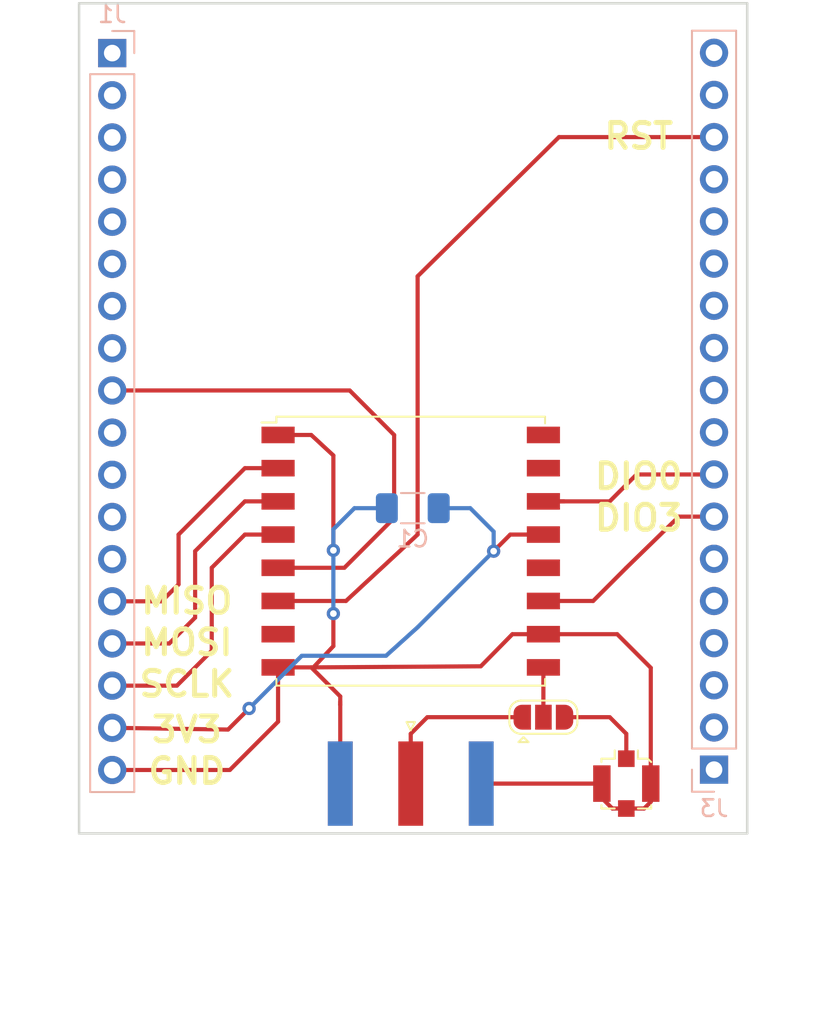
<source format=kicad_pcb>
(kicad_pcb (version 20171130) (host pcbnew 5.1.7)

  (general
    (thickness 1.6)
    (drawings 12)
    (tracks 85)
    (zones 0)
    (modules 7)
    (nets 44)
  )

  (page A4)
  (layers
    (0 F.Cu signal)
    (31 B.Cu signal)
    (32 B.Adhes user)
    (33 F.Adhes user)
    (34 B.Paste user)
    (35 F.Paste user)
    (36 B.SilkS user)
    (37 F.SilkS user)
    (38 B.Mask user)
    (39 F.Mask user)
    (40 Dwgs.User user)
    (41 Cmts.User user)
    (42 Eco1.User user)
    (43 Eco2.User user)
    (44 Edge.Cuts user)
    (45 Margin user)
    (46 B.CrtYd user)
    (47 F.CrtYd user)
    (48 B.Fab user)
    (49 F.Fab user)
  )

  (setup
    (last_trace_width 0.25)
    (trace_clearance 0.2)
    (zone_clearance 0.508)
    (zone_45_only no)
    (trace_min 0.2)
    (via_size 0.8)
    (via_drill 0.4)
    (via_min_size 0.4)
    (via_min_drill 0.3)
    (uvia_size 0.3)
    (uvia_drill 0.1)
    (uvias_allowed no)
    (uvia_min_size 0.2)
    (uvia_min_drill 0.1)
    (edge_width 0.05)
    (segment_width 0.2)
    (pcb_text_width 0.3)
    (pcb_text_size 1.5 1.5)
    (mod_edge_width 0.12)
    (mod_text_size 1 1)
    (mod_text_width 0.15)
    (pad_size 1.524 1.524)
    (pad_drill 0.762)
    (pad_to_mask_clearance 0)
    (aux_axis_origin 0 0)
    (visible_elements FFFFFF7F)
    (pcbplotparams
      (layerselection 0x010fc_ffffffff)
      (usegerberextensions false)
      (usegerberattributes true)
      (usegerberadvancedattributes true)
      (creategerberjobfile true)
      (excludeedgelayer true)
      (linewidth 0.100000)
      (plotframeref false)
      (viasonmask false)
      (mode 1)
      (useauxorigin false)
      (hpglpennumber 1)
      (hpglpenspeed 20)
      (hpglpendiameter 15.000000)
      (psnegative false)
      (psa4output false)
      (plotreference true)
      (plotvalue true)
      (plotinvisibletext false)
      (padsonsilk false)
      (subtractmaskfromsilk false)
      (outputformat 1)
      (mirror false)
      (drillshape 1)
      (scaleselection 1)
      (outputdirectory ""))
  )

  (net 0 "")
  (net 1 "Net-(J1-Pad1)")
  (net 2 "Net-(J1-Pad2)")
  (net 3 "Net-(J1-Pad3)")
  (net 4 "Net-(J1-Pad4)")
  (net 5 "Net-(J1-Pad5)")
  (net 6 "Net-(J1-Pad6)")
  (net 7 "Net-(J1-Pad7)")
  (net 8 "Net-(J1-Pad8)")
  (net 9 "Net-(J1-Pad9)")
  (net 10 "Net-(J1-Pad10)")
  (net 11 "Net-(J1-Pad11)")
  (net 12 "Net-(J1-Pad12)")
  (net 13 "Net-(J1-Pad13)")
  (net 14 /MISO)
  (net 15 /MOSI)
  (net 16 /SCLK)
  (net 17 +3V3)
  (net 18 GND)
  (net 19 "Net-(J2-Pad1)")
  (net 20 "Net-(J3-Pad18)")
  (net 21 "Net-(J3-Pad17)")
  (net 22 /RST)
  (net 23 "Net-(J3-Pad15)")
  (net 24 "Net-(J3-Pad14)")
  (net 25 "Net-(J3-Pad13)")
  (net 26 "Net-(J3-Pad12)")
  (net 27 "Net-(J3-Pad11)")
  (net 28 "Net-(J3-Pad10)")
  (net 29 "Net-(J3-Pad9)")
  (net 30 "Net-(J3-Pad6)")
  (net 31 "Net-(J3-Pad5)")
  (net 32 "Net-(J3-Pad4)")
  (net 33 "Net-(J3-Pad3)")
  (net 34 "Net-(J3-Pad2)")
  (net 35 "Net-(J3-Pad1)")
  (net 36 "Net-(U1-Pad7)")
  (net 37 "Net-(U1-Pad12)")
  (net 38 "Net-(U1-Pad15)")
  (net 39 "Net-(U1-Pad16)")
  (net 40 /DIO0)
  (net 41 /DIO3)
  (net 42 "Net-(J4-Pad1)")
  (net 43 "Net-(JP1-Pad2)")

  (net_class Default "This is the default net class."
    (clearance 0.2)
    (trace_width 0.25)
    (via_dia 0.8)
    (via_drill 0.4)
    (uvia_dia 0.3)
    (uvia_drill 0.1)
    (add_net +3V3)
    (add_net /DIO0)
    (add_net /DIO3)
    (add_net /MISO)
    (add_net /MOSI)
    (add_net /RST)
    (add_net /SCLK)
    (add_net GND)
    (add_net "Net-(J1-Pad1)")
    (add_net "Net-(J1-Pad10)")
    (add_net "Net-(J1-Pad11)")
    (add_net "Net-(J1-Pad12)")
    (add_net "Net-(J1-Pad13)")
    (add_net "Net-(J1-Pad2)")
    (add_net "Net-(J1-Pad3)")
    (add_net "Net-(J1-Pad4)")
    (add_net "Net-(J1-Pad5)")
    (add_net "Net-(J1-Pad6)")
    (add_net "Net-(J1-Pad7)")
    (add_net "Net-(J1-Pad8)")
    (add_net "Net-(J1-Pad9)")
    (add_net "Net-(J2-Pad1)")
    (add_net "Net-(J3-Pad1)")
    (add_net "Net-(J3-Pad10)")
    (add_net "Net-(J3-Pad11)")
    (add_net "Net-(J3-Pad12)")
    (add_net "Net-(J3-Pad13)")
    (add_net "Net-(J3-Pad14)")
    (add_net "Net-(J3-Pad15)")
    (add_net "Net-(J3-Pad17)")
    (add_net "Net-(J3-Pad18)")
    (add_net "Net-(J3-Pad2)")
    (add_net "Net-(J3-Pad3)")
    (add_net "Net-(J3-Pad4)")
    (add_net "Net-(J3-Pad5)")
    (add_net "Net-(J3-Pad6)")
    (add_net "Net-(J3-Pad9)")
    (add_net "Net-(J4-Pad1)")
    (add_net "Net-(JP1-Pad2)")
    (add_net "Net-(U1-Pad12)")
    (add_net "Net-(U1-Pad15)")
    (add_net "Net-(U1-Pad16)")
    (add_net "Net-(U1-Pad7)")
  )

  (module KiCad/kicad-footprints/Connector_PinHeader_2.54mm.pretty:PinHeader_1x18_P2.54mm_Vertical (layer B.Cu) (tedit 59FED5CC) (tstamp 5F819572)
    (at 127 78 180)
    (descr "Through hole straight pin header, 1x18, 2.54mm pitch, single row")
    (tags "Through hole pin header THT 1x18 2.54mm single row")
    (path /5F7F0BAA)
    (fp_text reference J1 (at 0 2.33) (layer B.SilkS)
      (effects (font (size 1 1) (thickness 0.15)) (justify mirror))
    )
    (fp_text value Conn_01x18_Male (at 0 -45.51) (layer B.Fab)
      (effects (font (size 1 1) (thickness 0.15)) (justify mirror))
    )
    (fp_line (start 1.8 1.8) (end -1.8 1.8) (layer B.CrtYd) (width 0.05))
    (fp_line (start 1.8 -44.95) (end 1.8 1.8) (layer B.CrtYd) (width 0.05))
    (fp_line (start -1.8 -44.95) (end 1.8 -44.95) (layer B.CrtYd) (width 0.05))
    (fp_line (start -1.8 1.8) (end -1.8 -44.95) (layer B.CrtYd) (width 0.05))
    (fp_line (start -1.33 1.33) (end 0 1.33) (layer B.SilkS) (width 0.12))
    (fp_line (start -1.33 0) (end -1.33 1.33) (layer B.SilkS) (width 0.12))
    (fp_line (start -1.33 -1.27) (end 1.33 -1.27) (layer B.SilkS) (width 0.12))
    (fp_line (start 1.33 -1.27) (end 1.33 -44.51) (layer B.SilkS) (width 0.12))
    (fp_line (start -1.33 -1.27) (end -1.33 -44.51) (layer B.SilkS) (width 0.12))
    (fp_line (start -1.33 -44.51) (end 1.33 -44.51) (layer B.SilkS) (width 0.12))
    (fp_line (start -1.27 0.635) (end -0.635 1.27) (layer B.Fab) (width 0.1))
    (fp_line (start -1.27 -44.45) (end -1.27 0.635) (layer B.Fab) (width 0.1))
    (fp_line (start 1.27 -44.45) (end -1.27 -44.45) (layer B.Fab) (width 0.1))
    (fp_line (start 1.27 1.27) (end 1.27 -44.45) (layer B.Fab) (width 0.1))
    (fp_line (start -0.635 1.27) (end 1.27 1.27) (layer B.Fab) (width 0.1))
    (fp_text user %R (at 0 -21.59 270) (layer B.Fab)
      (effects (font (size 1 1) (thickness 0.15)) (justify mirror))
    )
    (pad 1 thru_hole rect (at 0 0 180) (size 1.7 1.7) (drill 1) (layers *.Cu *.Mask)
      (net 1 "Net-(J1-Pad1)"))
    (pad 2 thru_hole oval (at 0 -2.54 180) (size 1.7 1.7) (drill 1) (layers *.Cu *.Mask)
      (net 2 "Net-(J1-Pad2)"))
    (pad 3 thru_hole oval (at 0 -5.08 180) (size 1.7 1.7) (drill 1) (layers *.Cu *.Mask)
      (net 3 "Net-(J1-Pad3)"))
    (pad 4 thru_hole oval (at 0 -7.62 180) (size 1.7 1.7) (drill 1) (layers *.Cu *.Mask)
      (net 4 "Net-(J1-Pad4)"))
    (pad 5 thru_hole oval (at 0 -10.16 180) (size 1.7 1.7) (drill 1) (layers *.Cu *.Mask)
      (net 5 "Net-(J1-Pad5)"))
    (pad 6 thru_hole oval (at 0 -12.7 180) (size 1.7 1.7) (drill 1) (layers *.Cu *.Mask)
      (net 6 "Net-(J1-Pad6)"))
    (pad 7 thru_hole oval (at 0 -15.24 180) (size 1.7 1.7) (drill 1) (layers *.Cu *.Mask)
      (net 7 "Net-(J1-Pad7)"))
    (pad 8 thru_hole oval (at 0 -17.78 180) (size 1.7 1.7) (drill 1) (layers *.Cu *.Mask)
      (net 8 "Net-(J1-Pad8)"))
    (pad 9 thru_hole oval (at 0 -20.32 180) (size 1.7 1.7) (drill 1) (layers *.Cu *.Mask)
      (net 9 "Net-(J1-Pad9)"))
    (pad 10 thru_hole oval (at 0 -22.86 180) (size 1.7 1.7) (drill 1) (layers *.Cu *.Mask)
      (net 10 "Net-(J1-Pad10)"))
    (pad 11 thru_hole oval (at 0 -25.4 180) (size 1.7 1.7) (drill 1) (layers *.Cu *.Mask)
      (net 11 "Net-(J1-Pad11)"))
    (pad 12 thru_hole oval (at 0 -27.94 180) (size 1.7 1.7) (drill 1) (layers *.Cu *.Mask)
      (net 12 "Net-(J1-Pad12)"))
    (pad 13 thru_hole oval (at 0 -30.48 180) (size 1.7 1.7) (drill 1) (layers *.Cu *.Mask)
      (net 13 "Net-(J1-Pad13)"))
    (pad 14 thru_hole oval (at 0 -33.02 180) (size 1.7 1.7) (drill 1) (layers *.Cu *.Mask)
      (net 14 /MISO))
    (pad 15 thru_hole oval (at 0 -35.56 180) (size 1.7 1.7) (drill 1) (layers *.Cu *.Mask)
      (net 15 /MOSI))
    (pad 16 thru_hole oval (at 0 -38.1 180) (size 1.7 1.7) (drill 1) (layers *.Cu *.Mask)
      (net 16 /SCLK))
    (pad 17 thru_hole oval (at 0 -40.64 180) (size 1.7 1.7) (drill 1) (layers *.Cu *.Mask)
      (net 17 +3V3))
    (pad 18 thru_hole oval (at 0 -43.18 180) (size 1.7 1.7) (drill 1) (layers *.Cu *.Mask)
      (net 18 GND))
    (model ${KISYS3DMOD}/Connector_PinHeader_2.54mm.3dshapes/PinHeader_1x18_P2.54mm_Vertical.wrl
      (at (xyz 0 0 0))
      (scale (xyz 1 1 1))
      (rotate (xyz 0 0 0))
    )
  )

  (module KiCad/kicad-footprints/Connector_Coaxial.pretty:SMA_Amphenol_132289_EdgeMount (layer F.Cu) (tedit 5A1C1810) (tstamp 5F818D0E)
    (at 145 122 270)
    (descr http://www.amphenolrf.com/132289.html)
    (tags SMA)
    (path /5F7F506A)
    (attr smd)
    (fp_text reference J2 (at -3.96 -3) (layer F.Fab)
      (effects (font (size 1 1) (thickness 0.15)))
    )
    (fp_text value Conn_Coaxial (at 5 6 90) (layer F.Fab)
      (effects (font (size 1 1) (thickness 0.15)))
    )
    (fp_line (start -1.91 5.08) (end 4.445 5.08) (layer F.Fab) (width 0.1))
    (fp_line (start -1.91 3.81) (end -1.91 5.08) (layer F.Fab) (width 0.1))
    (fp_line (start 2.54 3.81) (end -1.91 3.81) (layer F.Fab) (width 0.1))
    (fp_line (start 2.54 -3.81) (end 2.54 3.81) (layer F.Fab) (width 0.1))
    (fp_line (start -1.91 -3.81) (end 2.54 -3.81) (layer F.Fab) (width 0.1))
    (fp_line (start -1.91 -5.08) (end -1.91 -3.81) (layer F.Fab) (width 0.1))
    (fp_line (start -1.91 -5.08) (end 4.445 -5.08) (layer F.Fab) (width 0.1))
    (fp_line (start 4.445 -3.81) (end 4.445 -5.08) (layer F.Fab) (width 0.1))
    (fp_line (start 4.445 5.08) (end 4.445 3.81) (layer F.Fab) (width 0.1))
    (fp_line (start 13.97 3.81) (end 4.445 3.81) (layer F.Fab) (width 0.1))
    (fp_line (start 13.97 -3.81) (end 13.97 3.81) (layer F.Fab) (width 0.1))
    (fp_line (start 4.445 -3.81) (end 13.97 -3.81) (layer F.Fab) (width 0.1))
    (fp_line (start -3.04 5.58) (end -3.04 -5.58) (layer B.CrtYd) (width 0.05))
    (fp_line (start 14.47 5.58) (end -3.04 5.58) (layer B.CrtYd) (width 0.05))
    (fp_line (start 14.47 -5.58) (end 14.47 5.58) (layer B.CrtYd) (width 0.05))
    (fp_line (start 14.47 -5.58) (end -3.04 -5.58) (layer B.CrtYd) (width 0.05))
    (fp_line (start -3.04 5.58) (end -3.04 -5.58) (layer F.CrtYd) (width 0.05))
    (fp_line (start 14.47 5.58) (end -3.04 5.58) (layer F.CrtYd) (width 0.05))
    (fp_line (start 14.47 -5.58) (end 14.47 5.58) (layer F.CrtYd) (width 0.05))
    (fp_line (start 14.47 -5.58) (end -3.04 -5.58) (layer F.CrtYd) (width 0.05))
    (fp_line (start 2.54 -0.75) (end 3.54 0) (layer F.Fab) (width 0.1))
    (fp_line (start 3.54 0) (end 2.54 0.75) (layer F.Fab) (width 0.1))
    (fp_line (start -3.21 0) (end -3.71 -0.25) (layer F.SilkS) (width 0.12))
    (fp_line (start -3.71 -0.25) (end -3.71 0.25) (layer F.SilkS) (width 0.12))
    (fp_line (start -3.71 0.25) (end -3.21 0) (layer F.SilkS) (width 0.12))
    (fp_text user %R (at 4.79 0 180) (layer F.Fab)
      (effects (font (size 1 1) (thickness 0.15)))
    )
    (pad 2 smd rect (at 0 4.25) (size 1.5 5.08) (layers B.Cu B.Paste B.Mask)
      (net 18 GND))
    (pad 2 smd rect (at 0 -4.25) (size 1.5 5.08) (layers B.Cu B.Paste B.Mask)
      (net 18 GND))
    (pad 2 smd rect (at 0 4.25) (size 1.5 5.08) (layers F.Cu F.Paste F.Mask)
      (net 18 GND))
    (pad 2 smd rect (at 0 -4.25) (size 1.5 5.08) (layers F.Cu F.Paste F.Mask)
      (net 18 GND))
    (pad 1 smd rect (at 0 0) (size 1.5 5.08) (layers F.Cu F.Paste F.Mask)
      (net 19 "Net-(J2-Pad1)"))
    (model ${KISYS3DMOD}/Connector_Coaxial.3dshapes/SMA_Amphenol_132289_EdgeMount.wrl
      (at (xyz 0 0 0))
      (scale (xyz 1 1 1))
      (rotate (xyz 0 0 0))
    )
  )

  (module KiCad/kicad-footprints/Connector_PinHeader_2.54mm.pretty:PinHeader_1x18_P2.54mm_Vertical (layer B.Cu) (tedit 59FED5CC) (tstamp 5F818D34)
    (at 163.29 121.16)
    (descr "Through hole straight pin header, 1x18, 2.54mm pitch, single row")
    (tags "Through hole pin header THT 1x18 2.54mm single row")
    (path /5F7F2594)
    (fp_text reference J3 (at 0 2.33) (layer B.SilkS)
      (effects (font (size 1 1) (thickness 0.15)) (justify mirror))
    )
    (fp_text value Conn_01x18_Male (at 0 -45.51) (layer F.Fab)
      (effects (font (size 1 1) (thickness 0.15)) (justify mirror))
    )
    (fp_line (start -0.635 1.27) (end 1.27 1.27) (layer B.Fab) (width 0.1))
    (fp_line (start 1.27 1.27) (end 1.27 -44.45) (layer B.Fab) (width 0.1))
    (fp_line (start 1.27 -44.45) (end -1.27 -44.45) (layer B.Fab) (width 0.1))
    (fp_line (start -1.27 -44.45) (end -1.27 0.635) (layer B.Fab) (width 0.1))
    (fp_line (start -1.27 0.635) (end -0.635 1.27) (layer B.Fab) (width 0.1))
    (fp_line (start -1.33 -44.51) (end 1.33 -44.51) (layer B.SilkS) (width 0.12))
    (fp_line (start -1.33 -1.27) (end -1.33 -44.51) (layer B.SilkS) (width 0.12))
    (fp_line (start 1.33 -1.27) (end 1.33 -44.51) (layer B.SilkS) (width 0.12))
    (fp_line (start -1.33 -1.27) (end 1.33 -1.27) (layer B.SilkS) (width 0.12))
    (fp_line (start -1.33 0) (end -1.33 1.33) (layer B.SilkS) (width 0.12))
    (fp_line (start -1.33 1.33) (end 0 1.33) (layer B.SilkS) (width 0.12))
    (fp_line (start -1.8 1.8) (end -1.8 -44.95) (layer B.CrtYd) (width 0.05))
    (fp_line (start -1.8 -44.95) (end 1.8 -44.95) (layer B.CrtYd) (width 0.05))
    (fp_line (start 1.8 -44.95) (end 1.8 1.8) (layer B.CrtYd) (width 0.05))
    (fp_line (start 1.8 1.8) (end -1.8 1.8) (layer B.CrtYd) (width 0.05))
    (fp_text user %R (at 0 -21.59 270) (layer B.Fab)
      (effects (font (size 1 1) (thickness 0.15)) (justify mirror))
    )
    (pad 18 thru_hole oval (at 0 -43.18) (size 1.7 1.7) (drill 1) (layers *.Cu *.Mask)
      (net 20 "Net-(J3-Pad18)"))
    (pad 17 thru_hole oval (at 0 -40.64) (size 1.7 1.7) (drill 1) (layers *.Cu *.Mask)
      (net 21 "Net-(J3-Pad17)"))
    (pad 16 thru_hole oval (at 0 -38.1) (size 1.7 1.7) (drill 1) (layers *.Cu *.Mask)
      (net 22 /RST))
    (pad 15 thru_hole oval (at 0 -35.56) (size 1.7 1.7) (drill 1) (layers *.Cu *.Mask)
      (net 23 "Net-(J3-Pad15)"))
    (pad 14 thru_hole oval (at 0 -33.02) (size 1.7 1.7) (drill 1) (layers *.Cu *.Mask)
      (net 24 "Net-(J3-Pad14)"))
    (pad 13 thru_hole oval (at 0 -30.48) (size 1.7 1.7) (drill 1) (layers *.Cu *.Mask)
      (net 25 "Net-(J3-Pad13)"))
    (pad 12 thru_hole oval (at 0 -27.94) (size 1.7 1.7) (drill 1) (layers *.Cu *.Mask)
      (net 26 "Net-(J3-Pad12)"))
    (pad 11 thru_hole oval (at 0 -25.4) (size 1.7 1.7) (drill 1) (layers *.Cu *.Mask)
      (net 27 "Net-(J3-Pad11)"))
    (pad 10 thru_hole oval (at 0 -22.86) (size 1.7 1.7) (drill 1) (layers *.Cu *.Mask)
      (net 28 "Net-(J3-Pad10)"))
    (pad 9 thru_hole oval (at 0 -20.32) (size 1.7 1.7) (drill 1) (layers *.Cu *.Mask)
      (net 29 "Net-(J3-Pad9)"))
    (pad 8 thru_hole oval (at 0 -17.78) (size 1.7 1.7) (drill 1) (layers *.Cu *.Mask)
      (net 40 /DIO0))
    (pad 7 thru_hole oval (at 0 -15.24) (size 1.7 1.7) (drill 1) (layers *.Cu *.Mask)
      (net 41 /DIO3))
    (pad 6 thru_hole oval (at 0 -12.7) (size 1.7 1.7) (drill 1) (layers *.Cu *.Mask)
      (net 30 "Net-(J3-Pad6)"))
    (pad 5 thru_hole oval (at 0 -10.16) (size 1.7 1.7) (drill 1) (layers *.Cu *.Mask)
      (net 31 "Net-(J3-Pad5)"))
    (pad 4 thru_hole oval (at 0 -7.62) (size 1.7 1.7) (drill 1) (layers *.Cu *.Mask)
      (net 32 "Net-(J3-Pad4)"))
    (pad 3 thru_hole oval (at 0 -5.08) (size 1.7 1.7) (drill 1) (layers *.Cu *.Mask)
      (net 33 "Net-(J3-Pad3)"))
    (pad 2 thru_hole oval (at 0 -2.54) (size 1.7 1.7) (drill 1) (layers *.Cu *.Mask)
      (net 34 "Net-(J3-Pad2)"))
    (pad 1 thru_hole rect (at 0 0) (size 1.7 1.7) (drill 1) (layers *.Cu *.Mask)
      (net 35 "Net-(J3-Pad1)"))
    (model ${KISYS3DMOD}/Connector_PinHeader_2.54mm.3dshapes/PinHeader_1x18_P2.54mm_Vertical.wrl
      (at (xyz 0 0 0))
      (scale (xyz 1 1 1))
      (rotate (xyz 0 0 0))
    )
  )

  (module KiCad/kicad-footprints/RF_Module.pretty:HOPERF_RFM9XW_SMD (layer F.Cu) (tedit 5C227243) (tstamp 5F841E62)
    (at 145 108)
    (descr "Low Power Long Range Transceiver Module SMD-16 (https://www.hoperf.com/data/upload/portal/20181127/5bfcbea20e9ef.pdf)")
    (tags "LoRa Low Power Long Range Transceiver Module")
    (path /5F7EE283)
    (attr smd)
    (fp_text reference U1 (at 0 -9.2) (layer F.Fab)
      (effects (font (size 1 1) (thickness 0.15)))
    )
    (fp_text value RFM95W-915S2 (at 0 9.5) (layer F.Fab)
      (effects (font (size 1 1) (thickness 0.15)))
    )
    (fp_line (start -7 -8) (end -8 -7) (layer F.Fab) (width 0.1))
    (fp_line (start -8.1 -7.75) (end -9 -7.75) (layer F.SilkS) (width 0.12))
    (fp_line (start -8.1 -8.1) (end -8.1 -7.75) (layer F.SilkS) (width 0.12))
    (fp_line (start 8.1 8.1) (end 8.1 7.7) (layer F.SilkS) (width 0.12))
    (fp_line (start -8.1 8.1) (end 8.1 8.1) (layer F.SilkS) (width 0.12))
    (fp_line (start -8.1 7.7) (end -8.1 8.1) (layer F.SilkS) (width 0.12))
    (fp_line (start 8.1 -8.1) (end 8.1 -7.7) (layer F.SilkS) (width 0.12))
    (fp_line (start -8.1 -8.1) (end 8.1 -8.1) (layer F.SilkS) (width 0.12))
    (fp_line (start -9.25 8.25) (end -9.25 -8.25) (layer F.CrtYd) (width 0.05))
    (fp_line (start -9.25 8.25) (end 9.25 8.25) (layer F.CrtYd) (width 0.05))
    (fp_line (start 9.25 -8.25) (end 9.25 8.25) (layer F.CrtYd) (width 0.05))
    (fp_line (start -9.25 -8.25) (end 9.25 -8.25) (layer F.CrtYd) (width 0.05))
    (fp_line (start -8 8) (end -8 -7) (layer F.Fab) (width 0.1))
    (fp_line (start -8 8) (end 8 8) (layer F.Fab) (width 0.1))
    (fp_line (start 8 8) (end 8 -8) (layer F.Fab) (width 0.1))
    (fp_line (start -7 -8) (end 8 -8) (layer F.Fab) (width 0.1))
    (fp_text user %R (at 0 0) (layer F.Fab)
      (effects (font (size 1 1) (thickness 0.15)))
    )
    (pad 1 smd rect (at -8 -7) (size 2 1) (layers F.Cu F.Paste F.Mask)
      (net 18 GND))
    (pad 2 smd rect (at -8 -5) (size 2 1) (layers F.Cu F.Paste F.Mask)
      (net 14 /MISO))
    (pad 3 smd rect (at -8 -3) (size 2 1) (layers F.Cu F.Paste F.Mask)
      (net 15 /MOSI))
    (pad 4 smd rect (at -8 -1) (size 2 1) (layers F.Cu F.Paste F.Mask)
      (net 16 /SCLK))
    (pad 5 smd rect (at -8 1) (size 2 1) (layers F.Cu F.Paste F.Mask)
      (net 9 "Net-(J1-Pad9)"))
    (pad 6 smd rect (at -8 3) (size 2 1) (layers F.Cu F.Paste F.Mask)
      (net 22 /RST))
    (pad 7 smd rect (at -8 5) (size 2 1) (layers F.Cu F.Paste F.Mask)
      (net 36 "Net-(U1-Pad7)"))
    (pad 8 smd rect (at -8 7) (size 2 1) (layers F.Cu F.Paste F.Mask)
      (net 18 GND))
    (pad 9 smd rect (at 8 7) (size 2 1) (layers F.Cu F.Paste F.Mask)
      (net 43 "Net-(JP1-Pad2)"))
    (pad 10 smd rect (at 8 5) (size 2 1) (layers F.Cu F.Paste F.Mask)
      (net 18 GND))
    (pad 11 smd rect (at 8 3) (size 2 1) (layers F.Cu F.Paste F.Mask)
      (net 41 /DIO3))
    (pad 12 smd rect (at 8 1) (size 2 1) (layers F.Cu F.Paste F.Mask)
      (net 37 "Net-(U1-Pad12)"))
    (pad 13 smd rect (at 8 -1) (size 2 1) (layers F.Cu F.Paste F.Mask)
      (net 17 +3V3))
    (pad 14 smd rect (at 8 -3) (size 2 1) (layers F.Cu F.Paste F.Mask)
      (net 40 /DIO0))
    (pad 15 smd rect (at 8 -5) (size 2 1) (layers F.Cu F.Paste F.Mask)
      (net 38 "Net-(U1-Pad15)"))
    (pad 16 smd rect (at 8 -7) (size 2 1) (layers F.Cu F.Paste F.Mask)
      (net 39 "Net-(U1-Pad16)"))
    (model ${KISYS3DMOD}/RF_Module.3dshapes/HOPERF_RFM9XW_SMD.wrl
      (at (xyz 0 0 0))
      (scale (xyz 1 1 1))
      (rotate (xyz 0 0 0))
    )
  )

  (module KiCad/kicad-footprints/Connector_Coaxial.pretty:U.FL_Molex_MCRF_73412-0110_Vertical (layer F.Cu) (tedit 5A1B5B59) (tstamp 5F819CD4)
    (at 158 122 180)
    (descr "Molex Microcoaxial RF Connectors (MCRF), mates Hirose U.FL, (http://www.molex.com/pdm_docs/sd/734120110_sd.pdf)")
    (tags "mcrf hirose ufl u.fl microcoaxial")
    (path /5F844AB1)
    (attr smd)
    (fp_text reference J4 (at 0 3.5) (layer F.Fab)
      (effects (font (size 1 1) (thickness 0.15)))
    )
    (fp_text value Conn_Coaxial (at 0 -3.302) (layer F.Fab)
      (effects (font (size 1 1) (thickness 0.15)))
    )
    (fp_circle (center 0 0) (end 0 0.2) (layer F.Fab) (width 0.1))
    (fp_line (start -1 1.3) (end 1.3 1.3) (layer F.Fab) (width 0.1))
    (fp_line (start 2.5 -2.5) (end -2.5 -2.5) (layer F.CrtYd) (width 0.05))
    (fp_line (start 2.5 2.5) (end 2.5 -2.5) (layer F.CrtYd) (width 0.05))
    (fp_line (start -2.5 2.5) (end 2.5 2.5) (layer F.CrtYd) (width 0.05))
    (fp_line (start -2.5 -2.5) (end -2.5 2.5) (layer F.CrtYd) (width 0.05))
    (fp_line (start 1.3 -1.3) (end 1.3 1.3) (layer F.Fab) (width 0.1))
    (fp_line (start -1.3 1) (end -1 1.3) (layer F.Fab) (width 0.1))
    (fp_line (start -1.3 -1.3) (end -1.3 1) (layer F.Fab) (width 0.1))
    (fp_line (start -1.3 -1.3) (end 1.3 -1.3) (layer F.Fab) (width 0.1))
    (fp_circle (center 0 0) (end 0.9 0) (layer F.Fab) (width 0.1))
    (fp_line (start -1.5 -1.5) (end -0.7 -1.5) (layer F.SilkS) (width 0.12))
    (fp_line (start -1.5 -1.3) (end -1.5 -1.5) (layer F.SilkS) (width 0.12))
    (fp_line (start 1.5 -1.5) (end 1.5 -1.3) (layer F.SilkS) (width 0.12))
    (fp_line (start 0.7 -1.5) (end 1.5 -1.5) (layer F.SilkS) (width 0.12))
    (fp_line (start 1.5 1.5) (end 0.7 1.5) (layer F.SilkS) (width 0.12))
    (fp_line (start 1.5 1.3) (end 1.5 1.5) (layer F.SilkS) (width 0.12))
    (fp_line (start -1.3 1.5) (end -1.5 1.3) (layer F.SilkS) (width 0.12))
    (fp_line (start -0.7 1.5) (end -1.3 1.5) (layer F.SilkS) (width 0.12))
    (fp_circle (center 0 0) (end 0 0.125) (layer F.Fab) (width 0.1))
    (fp_circle (center 0 0) (end 0 0.05) (layer F.Fab) (width 0.1))
    (fp_line (start -0.7 1.5) (end -0.7 2) (layer F.SilkS) (width 0.12))
    (fp_line (start 0.7 1.5) (end 0.7 2) (layer F.SilkS) (width 0.12))
    (fp_line (start -0.3 1.3) (end 0 1) (layer F.Fab) (width 0.1))
    (fp_line (start 0 1) (end 0.3 1.3) (layer F.Fab) (width 0.1))
    (fp_text user %R (at 0 3.5) (layer F.Fab)
      (effects (font (size 1 1) (thickness 0.15)))
    )
    (pad 2 smd rect (at -1.475 0 180) (size 1.05 2.2) (layers F.Cu F.Paste F.Mask)
      (net 18 GND))
    (pad 2 smd rect (at 1.475 0 180) (size 1.05 2.2) (layers F.Cu F.Paste F.Mask)
      (net 18 GND))
    (pad 2 smd rect (at 0 -1.5 180) (size 1 1) (layers F.Cu F.Paste F.Mask)
      (net 18 GND))
    (pad 1 smd rect (at 0 1.5 180) (size 1 1) (layers F.Cu F.Paste F.Mask)
      (net 42 "Net-(J4-Pad1)"))
    (model ${KISYS3DMOD}/Connector_Coaxial.3dshapes/U.FL_Molex_MCRF_73412-0110_Vertical.wrl
      (at (xyz 0 0 0))
      (scale (xyz 1 1 1))
      (rotate (xyz 0 0 0))
    )
  )

  (module KiCad/kicad-footprints/Jumper.pretty:SolderJumper-3_P1.3mm_Open_RoundedPad1.0x1.5mm (layer F.Cu) (tedit 5B391EB7) (tstamp 5F819EFD)
    (at 153 118)
    (descr "SMD Solder 3-pad Jumper, 1x1.5mm rounded Pads, 0.3mm gap, open")
    (tags "solder jumper open")
    (path /5F88236B)
    (attr virtual)
    (fp_text reference JP1 (at 0 -1.8) (layer F.Fab)
      (effects (font (size 1 1) (thickness 0.15)))
    )
    (fp_text value SolderJumper (at 0 1.9) (layer F.Fab)
      (effects (font (size 1 1) (thickness 0.15)))
    )
    (fp_line (start 2.3 1.25) (end -2.3 1.25) (layer F.CrtYd) (width 0.05))
    (fp_line (start 2.3 1.25) (end 2.3 -1.25) (layer F.CrtYd) (width 0.05))
    (fp_line (start -2.3 -1.25) (end -2.3 1.25) (layer F.CrtYd) (width 0.05))
    (fp_line (start -2.3 -1.25) (end 2.3 -1.25) (layer F.CrtYd) (width 0.05))
    (fp_line (start -1.4 -1) (end 1.4 -1) (layer F.SilkS) (width 0.12))
    (fp_line (start 2.05 -0.3) (end 2.05 0.3) (layer F.SilkS) (width 0.12))
    (fp_line (start 1.4 1) (end -1.4 1) (layer F.SilkS) (width 0.12))
    (fp_line (start -2.05 0.3) (end -2.05 -0.3) (layer F.SilkS) (width 0.12))
    (fp_line (start -1.2 1.2) (end -1.5 1.5) (layer F.SilkS) (width 0.12))
    (fp_line (start -1.5 1.5) (end -0.9 1.5) (layer F.SilkS) (width 0.12))
    (fp_line (start -1.2 1.2) (end -0.9 1.5) (layer F.SilkS) (width 0.12))
    (fp_arc (start 1.35 -0.3) (end 2.05 -0.3) (angle -90) (layer F.SilkS) (width 0.12))
    (fp_arc (start 1.35 0.3) (end 1.35 1) (angle -90) (layer F.SilkS) (width 0.12))
    (fp_arc (start -1.35 0.3) (end -2.05 0.3) (angle -90) (layer F.SilkS) (width 0.12))
    (fp_arc (start -1.35 -0.3) (end -1.35 -1) (angle -90) (layer F.SilkS) (width 0.12))
    (pad 1 smd custom (at -1.3 0) (size 1 0.5) (layers F.Cu F.Mask)
      (net 19 "Net-(J2-Pad1)") (zone_connect 2)
      (options (clearance outline) (anchor rect))
      (primitives
        (gr_circle (center 0 0.25) (end 0.5 0.25) (width 0))
        (gr_circle (center 0 -0.25) (end 0.5 -0.25) (width 0))
        (gr_poly (pts
           (xy 0.55 -0.75) (xy 0 -0.75) (xy 0 0.75) (xy 0.55 0.75)) (width 0))
      ))
    (pad 3 smd custom (at 1.3 0) (size 1 0.5) (layers F.Cu F.Mask)
      (net 42 "Net-(J4-Pad1)") (zone_connect 2)
      (options (clearance outline) (anchor rect))
      (primitives
        (gr_circle (center 0 0.25) (end 0.5 0.25) (width 0))
        (gr_circle (center 0 -0.25) (end 0.5 -0.25) (width 0))
        (gr_poly (pts
           (xy -0.55 -0.75) (xy 0 -0.75) (xy 0 0.75) (xy -0.55 0.75)) (width 0))
      ))
    (pad 2 smd rect (at 0 0) (size 1 1.5) (layers F.Cu F.Mask)
      (net 43 "Net-(JP1-Pad2)"))
  )

  (module Capacitor_SMD:C_1206_3216Metric_Pad1.33x1.80mm_HandSolder (layer B.Cu) (tedit 5F68FEEF) (tstamp 5F84C5D5)
    (at 145.1225 105.41)
    (descr "Capacitor SMD 1206 (3216 Metric), square (rectangular) end terminal, IPC_7351 nominal with elongated pad for handsoldering. (Body size source: IPC-SM-782 page 76, https://www.pcb-3d.com/wordpress/wp-content/uploads/ipc-sm-782a_amendment_1_and_2.pdf), generated with kicad-footprint-generator")
    (tags "capacitor handsolder")
    (path /5F8492C2)
    (attr smd)
    (fp_text reference C1 (at 0 1.85) (layer B.SilkS)
      (effects (font (size 1 1) (thickness 0.15)) (justify mirror))
    )
    (fp_text value C_Small (at 0 -1.85) (layer B.Fab)
      (effects (font (size 1 1) (thickness 0.15)) (justify mirror))
    )
    (fp_line (start 2.48 -1.15) (end -2.48 -1.15) (layer B.CrtYd) (width 0.05))
    (fp_line (start 2.48 1.15) (end 2.48 -1.15) (layer B.CrtYd) (width 0.05))
    (fp_line (start -2.48 1.15) (end 2.48 1.15) (layer B.CrtYd) (width 0.05))
    (fp_line (start -2.48 -1.15) (end -2.48 1.15) (layer B.CrtYd) (width 0.05))
    (fp_line (start -0.711252 -0.91) (end 0.711252 -0.91) (layer B.SilkS) (width 0.12))
    (fp_line (start -0.711252 0.91) (end 0.711252 0.91) (layer B.SilkS) (width 0.12))
    (fp_line (start 1.6 -0.8) (end -1.6 -0.8) (layer B.Fab) (width 0.1))
    (fp_line (start 1.6 0.8) (end 1.6 -0.8) (layer B.Fab) (width 0.1))
    (fp_line (start -1.6 0.8) (end 1.6 0.8) (layer B.Fab) (width 0.1))
    (fp_line (start -1.6 -0.8) (end -1.6 0.8) (layer B.Fab) (width 0.1))
    (fp_text user %R (at 0 0) (layer B.Fab)
      (effects (font (size 0.8 0.8) (thickness 0.12)) (justify mirror))
    )
    (pad 1 smd roundrect (at -1.5625 0) (size 1.325 1.8) (layers B.Cu B.Paste B.Mask) (roundrect_rratio 0.188679)
      (net 18 GND))
    (pad 2 smd roundrect (at 1.5625 0) (size 1.325 1.8) (layers B.Cu B.Paste B.Mask) (roundrect_rratio 0.188679)
      (net 17 +3V3))
    (model ${KISYS3DMOD}/Capacitor_SMD.3dshapes/C_1206_3216Metric.wrl
      (at (xyz 0 0 0))
      (scale (xyz 1 1 1))
      (rotate (xyz 0 0 0))
    )
  )

  (gr_text RST (at 158.75 83) (layer F.SilkS) (tstamp 5F81A3FA)
    (effects (font (size 1.5 1.5) (thickness 0.3)))
  )
  (gr_text DIO3 (at 158.75 106) (layer F.SilkS) (tstamp 5F81A3F5)
    (effects (font (size 1.5 1.5) (thickness 0.3)))
  )
  (gr_text DIO0 (at 158.75 103.5) (layer F.SilkS) (tstamp 5F81A3F3)
    (effects (font (size 1.5 1.5) (thickness 0.3)))
  )
  (gr_text GND (at 131.5 121.25) (layer F.SilkS) (tstamp 5F81A3E9)
    (effects (font (size 1.5 1.5) (thickness 0.3)))
  )
  (gr_text "3V3\n" (at 131.5 118.75) (layer F.SilkS) (tstamp 5F81A3E7)
    (effects (font (size 1.5 1.5) (thickness 0.3)))
  )
  (gr_text SCLK (at 131.5 116) (layer F.SilkS) (tstamp 5F81A3E1)
    (effects (font (size 1.5 1.5) (thickness 0.3)))
  )
  (gr_text MISO (at 131.5 111) (layer F.SilkS) (tstamp 5F81A3DB)
    (effects (font (size 1.5 1.5) (thickness 0.3)))
  )
  (gr_text MOSI (at 131.5 113.5) (layer F.SilkS)
    (effects (font (size 1.5 1.5) (thickness 0.3)))
  )
  (gr_line (start 165.29 125) (end 165.29 75) (layer Edge.Cuts) (width 0.15))
  (gr_line (start 125 75) (end 125 125) (layer Edge.Cuts) (width 0.15))
  (gr_line (start 125 75) (end 165.29 75) (layer Edge.Cuts) (width 0.15) (tstamp 5F818FF4))
  (gr_line (start 125 125) (end 165.29 125) (layer Edge.Cuts) (width 0.15) (tstamp 5F818FF9))

  (segment (start 137 109) (end 141 109) (width 0.25) (layer F.Cu) (net 9))
  (segment (start 141 109) (end 144 106) (width 0.25) (layer F.Cu) (net 9))
  (segment (start 144 106) (end 144 101) (width 0.25) (layer F.Cu) (net 9))
  (segment (start 141.32 98.32) (end 127 98.32) (width 0.25) (layer F.Cu) (net 9))
  (segment (start 144 101) (end 141.32 98.32) (width 0.25) (layer F.Cu) (net 9))
  (segment (start 137 103) (end 135 103) (width 0.25) (layer F.Cu) (net 14))
  (segment (start 135 103) (end 131 107) (width 0.25) (layer F.Cu) (net 14))
  (segment (start 131 107) (end 131 110) (width 0.25) (layer F.Cu) (net 14))
  (segment (start 131 110) (end 129.98 111.02) (width 0.25) (layer F.Cu) (net 14))
  (segment (start 129.98 111.02) (end 127 111.02) (width 0.25) (layer F.Cu) (net 14))
  (segment (start 137 105) (end 135 105) (width 0.25) (layer F.Cu) (net 15))
  (segment (start 132 108) (end 132 112) (width 0.25) (layer F.Cu) (net 15))
  (segment (start 135 105) (end 132 108) (width 0.25) (layer F.Cu) (net 15))
  (segment (start 132 112) (end 130.44 113.56) (width 0.25) (layer F.Cu) (net 15))
  (segment (start 130.44 113.56) (end 127 113.56) (width 0.25) (layer F.Cu) (net 15))
  (segment (start 137 107) (end 135 107) (width 0.25) (layer F.Cu) (net 16))
  (segment (start 135 107) (end 133 109) (width 0.25) (layer F.Cu) (net 16))
  (segment (start 133 109) (end 133 114) (width 0.25) (layer F.Cu) (net 16))
  (segment (start 133 114) (end 130.9 116.1) (width 0.25) (layer F.Cu) (net 16))
  (segment (start 130.9 116.1) (end 127 116.1) (width 0.25) (layer F.Cu) (net 16))
  (via (at 150 108) (size 0.8) (drill 0.4) (layers F.Cu B.Cu) (net 17))
  (segment (start 151 107) (end 150 108) (width 0.25) (layer F.Cu) (net 17))
  (segment (start 153 107) (end 151 107) (width 0.25) (layer F.Cu) (net 17))
  (segment (start 133.985 118.745) (end 127 118.64) (width 0.25) (layer F.Cu) (net 17))
  (segment (start 135.255 117.475) (end 133.985 118.745) (width 0.25) (layer F.Cu) (net 17))
  (via (at 135.255 117.475) (size 0.8) (drill 0.4) (layers F.Cu B.Cu) (net 17))
  (segment (start 145.415 112.585) (end 150 108) (width 0.25) (layer B.Cu) (net 17))
  (segment (start 143.51 114.3) (end 145.415 112.585) (width 0.25) (layer B.Cu) (net 17))
  (segment (start 138.43 114.3) (end 143.51 114.3) (width 0.25) (layer B.Cu) (net 17))
  (segment (start 135.255 117.475) (end 138.43 114.3) (width 0.25) (layer B.Cu) (net 17))
  (segment (start 146.685 105.41) (end 148.59 105.41) (width 0.25) (layer B.Cu) (net 17))
  (segment (start 150 106.82) (end 150 108) (width 0.25) (layer B.Cu) (net 17))
  (segment (start 148.59 105.41) (end 150 106.82) (width 0.25) (layer B.Cu) (net 17))
  (segment (start 140.75 116.75) (end 139 115) (width 0.25) (layer F.Cu) (net 18))
  (segment (start 139 115) (end 137 115) (width 0.25) (layer F.Cu) (net 18))
  (segment (start 159.475 122) (end 159.475 115.025) (width 0.25) (layer F.Cu) (net 18))
  (segment (start 157.45 113) (end 153 113) (width 0.25) (layer F.Cu) (net 18))
  (segment (start 159.475 115.025) (end 157.45 113) (width 0.25) (layer F.Cu) (net 18))
  (segment (start 127 121.18) (end 134.09 121.18) (width 0.25) (layer F.Cu) (net 18))
  (segment (start 137 118.27) (end 137 115) (width 0.25) (layer F.Cu) (net 18))
  (segment (start 134.09 121.18) (end 137 118.27) (width 0.25) (layer F.Cu) (net 18))
  (segment (start 149.25 122) (end 156.525 122) (width 0.25) (layer F.Cu) (net 18))
  (segment (start 156.525 122) (end 156.525 122.87) (width 0.25) (layer F.Cu) (net 18))
  (segment (start 157.155 123.5) (end 158 123.5) (width 0.25) (layer F.Cu) (net 18))
  (segment (start 156.525 122.87) (end 157.155 123.5) (width 0.25) (layer F.Cu) (net 18))
  (segment (start 158 123.5) (end 159.075 123.5) (width 0.25) (layer F.Cu) (net 18))
  (segment (start 159.475 123.1) (end 159.475 122) (width 0.25) (layer F.Cu) (net 18))
  (segment (start 159.075 123.5) (end 159.475 123.1) (width 0.25) (layer F.Cu) (net 18))
  (segment (start 140.75 117.06) (end 140.75 117.255) (width 0.25) (layer F.Cu) (net 18))
  (segment (start 140.75 117.255) (end 140.75 116.75) (width 0.25) (layer F.Cu) (net 18))
  (segment (start 140.75 122) (end 140.75 117.255) (width 0.25) (layer F.Cu) (net 18))
  (via (at 140.335 107.95) (size 0.8) (drill 0.4) (layers F.Cu B.Cu) (net 18))
  (segment (start 140.335 107.95) (end 140.335 111.76) (width 0.25) (layer B.Cu) (net 18))
  (via (at 140.335 111.76) (size 0.8) (drill 0.4) (layers F.Cu B.Cu) (net 18))
  (segment (start 140.335 113.718554) (end 139.13 115) (width 0.25) (layer F.Cu) (net 18))
  (segment (start 140.335 111.76) (end 140.335 113.718554) (width 0.25) (layer F.Cu) (net 18))
  (segment (start 139 101) (end 137 101) (width 0.25) (layer F.Cu) (net 18))
  (segment (start 140.335 102.235) (end 139 101) (width 0.25) (layer F.Cu) (net 18))
  (segment (start 140.335 107.95) (end 140.335 102.235) (width 0.25) (layer F.Cu) (net 18))
  (segment (start 151.13 113) (end 153 113) (width 0.25) (layer F.Cu) (net 18))
  (segment (start 149.225 114.935) (end 151.13 113) (width 0.25) (layer F.Cu) (net 18))
  (segment (start 139 115) (end 149.225 114.935) (width 0.25) (layer F.Cu) (net 18))
  (segment (start 143.56 105.41) (end 141.605 105.41) (width 0.25) (layer B.Cu) (net 18))
  (segment (start 140.335 106.68) (end 140.335 107.95) (width 0.25) (layer B.Cu) (net 18))
  (segment (start 141.605 105.41) (end 140.335 106.68) (width 0.25) (layer B.Cu) (net 18))
  (segment (start 145 119) (end 145 122) (width 0.25) (layer F.Cu) (net 19))
  (segment (start 146 118) (end 145 119) (width 0.25) (layer F.Cu) (net 19))
  (segment (start 151.7 118) (end 146 118) (width 0.25) (layer F.Cu) (net 19))
  (segment (start 153.94 83.06) (end 163 83.06) (width 0.25) (layer F.Cu) (net 22))
  (segment (start 145.415 107) (end 145.415 91.44) (width 0.25) (layer F.Cu) (net 22))
  (segment (start 141.095 111) (end 145.415 107) (width 0.25) (layer F.Cu) (net 22))
  (segment (start 145.415 91.44) (end 153.94 83.06) (width 0.25) (layer F.Cu) (net 22))
  (segment (start 137 111) (end 141.095 111) (width 0.25) (layer F.Cu) (net 22))
  (segment (start 153 105) (end 154.25 105) (width 0.25) (layer F.Cu) (net 40))
  (segment (start 153 105) (end 157 105) (width 0.25) (layer F.Cu) (net 40))
  (segment (start 158.62 103.38) (end 163 103.38) (width 0.25) (layer F.Cu) (net 40))
  (segment (start 157 105) (end 158.62 103.38) (width 0.25) (layer F.Cu) (net 40))
  (segment (start 161.165 105.92) (end 163 105.92) (width 0.25) (layer F.Cu) (net 41))
  (segment (start 158 109) (end 161.165 105.92) (width 0.25) (layer F.Cu) (net 41))
  (segment (start 156 111) (end 158 109) (width 0.25) (layer F.Cu) (net 41))
  (segment (start 153 111) (end 156 111) (width 0.25) (layer F.Cu) (net 41))
  (segment (start 154.3 118) (end 157 118) (width 0.25) (layer F.Cu) (net 42))
  (segment (start 158 119) (end 158 120.5) (width 0.25) (layer F.Cu) (net 42))
  (segment (start 157 118) (end 158 119) (width 0.25) (layer F.Cu) (net 42))
  (segment (start 153 115) (end 153 118) (width 0.25) (layer F.Cu) (net 43))

)

</source>
